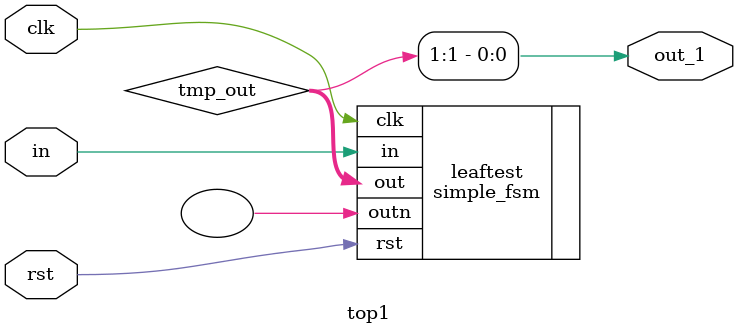
<source format=v>
module top1(
    input wire clk,
    input wire rst,
    input wire in,
    output wire out_1
);

    wire [1:0] tmp_out;

simple_fsm leaftest (
    .clk(clk),
    .rst(rst),
    .in(in),
    .out(tmp_out),
    .outn(),
);

    assign out_1 = tmp_out[1];

endmodule

</source>
